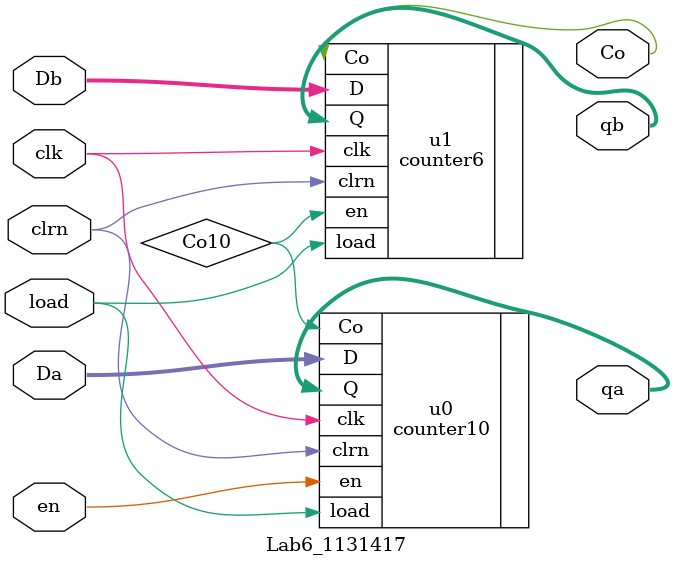
<source format=v>
`timescale 1ns/1ps
module  Lab6_1131417(load, Da, Db, en, clrn, clk, qa, qb, Co);
    input load, en, clrn, clk;
    input [3:0] Da;
    input [2:0] Db;
    output [3:0] qa;
    output [2:0] qb;
    output Co;

    wire Co10;

    counter10 u0 (
        .load(load),
        .D(Da),
        .en(en),
        .clrn(clrn),
        .clk(clk),
        .Q(qa),
        .Co(Co10)
    );

    counter6 u1 (
        .load(load),
        .D(Db),
        .en(Co10),
        .clrn(clrn),
        .clk(clk),
        .Q(qb),
        .Co(Co)
    );
endmodule

</source>
